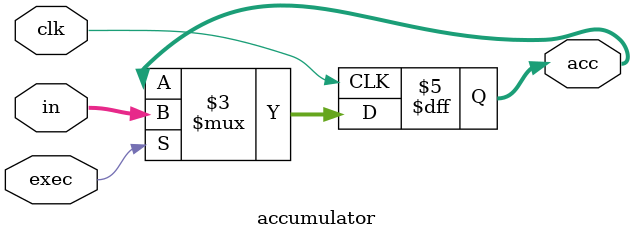
<source format=v>
module accumulator (in, acc, clk, exec);

input [7:0] in;
input clk, exec;
output [7:0] acc;
reg [7:0] acc;

always@(posedge clk) begin
  if(exec)
    acc = in;
  end
endmodule

</source>
